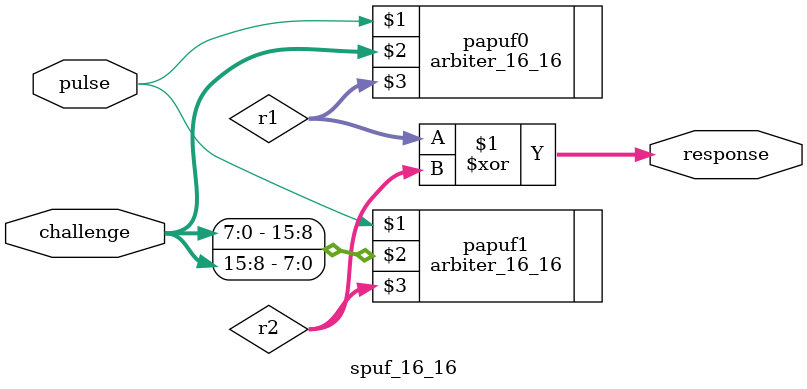
<source format=v>
module spuf_16_16(
    input pulse,
    input [15:0]challenge,
    output [15:0]response
);

wire [15:0]r1,r2;

(* DONT_TOUCH = "yes" *)arbiter_16_16 papuf0(pulse,challenge,r1);
(* DONT_TOUCH = "yes" *)arbiter_16_16 papuf1(pulse,{challenge[7:0],challenge[15:8]},r2);

assign response = r1 ^ r2;


endmodule
</source>
